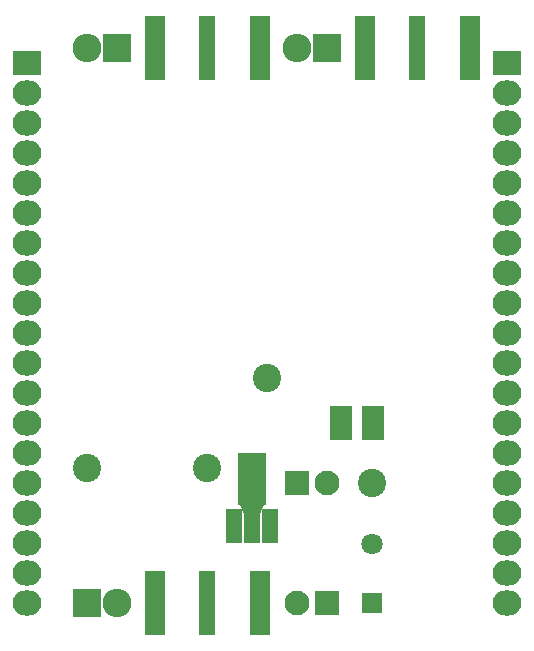
<source format=gbr>
G04 #@! TF.FileFunction,Soldermask,Top*
%FSLAX46Y46*%
G04 Gerber Fmt 4.6, Leading zero omitted, Abs format (unit mm)*
G04 Created by KiCad (PCBNEW 4.0.3+e1-6302~38~ubuntu16.04.1-stable) date Thu Aug 25 17:22:04 2016*
%MOMM*%
%LPD*%
G01*
G04 APERTURE LIST*
%ADD10C,0.100000*%
%ADD11R,1.960000X1.050000*%
%ADD12R,1.800000X1.800000*%
%ADD13C,1.800000*%
%ADD14C,2.099260*%
%ADD15R,2.099260X2.099260*%
%ADD16R,2.432000X2.432000*%
%ADD17O,2.432000X2.432000*%
%ADD18C,2.398980*%
%ADD19R,1.400760X2.901900*%
%ADD20R,2.398980X4.400500*%
%ADD21C,2.400000*%
%ADD22R,1.670000X5.480000*%
%ADD23R,1.416000X5.480000*%
%ADD24R,2.432000X2.127200*%
%ADD25O,2.432000X2.127200*%
G04 APERTURE END LIST*
D10*
D11*
X100250000Y-108270000D03*
X100250000Y-109220000D03*
X100250000Y-110170000D03*
X102950000Y-110170000D03*
X102950000Y-108270000D03*
X102950000Y-109220000D03*
D12*
X102870000Y-124460000D03*
D13*
X102870000Y-119460000D03*
D14*
X96522540Y-124460520D03*
D15*
X96522540Y-114300520D03*
D14*
X99057460Y-114299480D03*
D15*
X99057460Y-124459480D03*
D16*
X78740000Y-124460000D03*
D17*
X81280000Y-124460000D03*
D16*
X81280000Y-77470000D03*
D17*
X78740000Y-77470000D03*
D16*
X99060000Y-77470000D03*
D17*
X96520000Y-77470000D03*
D18*
X78740000Y-113030000D03*
X88900000Y-113030000D03*
D19*
X91208860Y-117922040D03*
X92710000Y-117922040D03*
X94211140Y-117922040D03*
D20*
X92710000Y-113969800D03*
D10*
G36*
X93910760Y-115744650D02*
X93410380Y-116893950D01*
X92009620Y-116893950D01*
X91509240Y-115744650D01*
X93910760Y-115744650D01*
X93910760Y-115744650D01*
G37*
D21*
X102870000Y-114300000D03*
X93980000Y-105410000D03*
D22*
X111125000Y-77470000D03*
X102235000Y-77470000D03*
D23*
X106680000Y-77470000D03*
D22*
X93345000Y-77470000D03*
X84455000Y-77470000D03*
D23*
X88900000Y-77470000D03*
D22*
X84455000Y-124460000D03*
X93345000Y-124460000D03*
D23*
X88900000Y-124460000D03*
D24*
X114300000Y-78740000D03*
D25*
X114300000Y-81280000D03*
X114300000Y-83820000D03*
X114300000Y-86360000D03*
X114300000Y-88900000D03*
X114300000Y-91440000D03*
X114300000Y-93980000D03*
X114300000Y-96520000D03*
X114300000Y-99060000D03*
X114300000Y-101600000D03*
X114300000Y-104140000D03*
X114300000Y-106680000D03*
X114300000Y-109220000D03*
X114300000Y-111760000D03*
X114300000Y-114300000D03*
X114300000Y-116840000D03*
X114300000Y-119380000D03*
X114300000Y-121920000D03*
X114300000Y-124460000D03*
D24*
X73660000Y-78740000D03*
D25*
X73660000Y-81280000D03*
X73660000Y-83820000D03*
X73660000Y-86360000D03*
X73660000Y-88900000D03*
X73660000Y-91440000D03*
X73660000Y-93980000D03*
X73660000Y-96520000D03*
X73660000Y-99060000D03*
X73660000Y-101600000D03*
X73660000Y-104140000D03*
X73660000Y-106680000D03*
X73660000Y-109220000D03*
X73660000Y-111760000D03*
X73660000Y-114300000D03*
X73660000Y-116840000D03*
X73660000Y-119380000D03*
X73660000Y-121920000D03*
X73660000Y-124460000D03*
M02*

</source>
